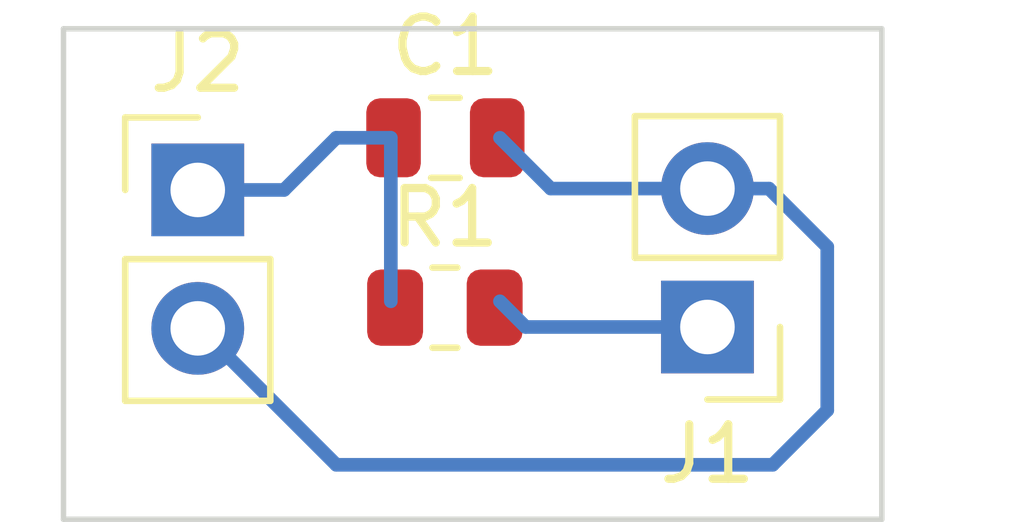
<source format=kicad_pcb>
(kicad_pcb (version 20241229) (generator "pcbnew") (generator_version "9.0")
  (layers (0 "F.Cu" signal) (2 "B.Cu" signal) (13 "F.Paste" user) (15 "B.Paste" user) (5 "F.SilkS" user "F.Silkscreen") (7 "B.SilkS" user "B.Silkscreen") (1 "F.Mask" user) (3 "B.Mask" user) (25 "Edge.Cuts" user))
  (net 0 "")
  (net 1 "Net-(C1-Pad2)")
  (net 2 "Net-(C1-Pad1)")
  (net 3 "Net-(J1-Pad1)")
  (footprint "Capacitor_SMD:C_0805_2012Metric" (layer "F.Cu") (at 138 93)
    (property "Reference" "C1" (at 0 -1.68 0) (layer "F.SilkS"))
    (property "Value" "1nF")
    (fp_line (start -0.261252 -0.735) (end 0.261252 -0.735) (stroke (width 0.12)) (layer "F.SilkS"))
    (fp_line (start -0.261252 0.735) (end 0.261252 0.735) (stroke (width 0.12)) (layer "F.SilkS"))
    (pad "1" smd roundrect (at -0.95 0) (size 1 1.45) (layers "F.Cu" "F.Mask" "F.Paste") (net 2 "Net-(C1-Pad1)"))
    (pad "2" smd roundrect (at 0.95 0) (size 1 1.45) (layers "F.Cu" "F.Mask" "F.Paste") (net 1 "Net-(C1-Pad2)"))
  )
  (footprint "Connector_PinHeader_2.54mm:PinHeader_1x02_P2.54mm_Vertical" (layer "F.Cu") (at 133.4609 93.95672)
    (property "Reference" "J2" (at 0 -2.33 0) (layer "F.SilkS"))
    (property "Value" "Molex KK")
    (fp_line (start -1.33 -1.33) (end 0 -1.33) (stroke (width 0.12)) (layer "F.SilkS"))
    (fp_line (start -1.33 0) (end -1.33 -1.33) (stroke (width 0.12)) (layer "F.SilkS"))
    (fp_line (start -1.33 1.27) (end -1.33 3.87) (stroke (width 0.12)) (layer "F.SilkS"))
    (fp_line (start -1.33 1.27) (end 1.33 1.27) (stroke (width 0.12)) (layer "F.SilkS"))
    (fp_line (start -1.33 3.87) (end 1.33 3.87) (stroke (width 0.12)) (layer "F.SilkS"))
    (fp_line (start 1.33 1.27) (end 1.33 3.87) (stroke (width 0.12)) (layer "F.SilkS"))
    (pad "1" thru_hole rect (at 0 0) (size 1.7 1.7) (drill 1) (layers "*.Cu" "*.Mask") (net 2 "Net-(C1-Pad1)"))
    (pad "2" thru_hole oval (at 0 2.54) (size 1.7 1.7) (drill 1) (layers "*.Cu" "*.Mask") (net 1 "Net-(C1-Pad2)"))
  )
  (footprint "Resistor_SMD:R_0805_2012Metric" (layer "F.Cu") (at 137.9909 96.11672)
    (property "Reference" "R1" (at 0 -1.65 0) (layer "F.SilkS"))
    (property "Value" "1k")
    (fp_line (start -0.227064 -0.735) (end 0.227064 -0.735) (stroke (width 0.12)) (layer "F.SilkS"))
    (fp_line (start -0.227064 0.735) (end 0.227064 0.735) (stroke (width 0.12)) (layer "F.SilkS"))
    (pad "1" smd roundrect (at -0.9125 0) (size 1.025 1.4) (layers "F.Cu" "F.Mask" "F.Paste") (roundrect_rratio 0.243902) (net 2 "Net-(C1-Pad1)"))
    (pad "2" smd roundrect (at 0.9125 0) (size 1.025 1.4) (layers "F.Cu" "F.Mask" "F.Paste") (roundrect_rratio 0.243902) (net 3 "Net-(J1-Pad1)"))
  )
  (footprint "Connector_PinHeader_2.54mm:PinHeader_1x02_P2.54mm_Vertical" (layer "F.Cu") (at 142.80388 96.47174 180)
    (property "Reference" "J1" (at 0 -2.33 0) (layer "F.SilkS"))
    (property "Value" "Molex KK ñoño")
    (fp_line (start 1.33 1.27) (end 1.33 3.87) (stroke (width 0.12)) (layer "F.SilkS"))
    (fp_line (start -1.33 3.87) (end 1.33 3.87) (stroke (width 0.12)) (layer "F.SilkS"))
    (fp_line (start -1.33 1.27) (end 1.33 1.27) (stroke (width 0.12)) (layer "F.SilkS"))
    (fp_line (start -1.33 1.27) (end -1.33 3.87) (stroke (width 0.12)) (layer "F.SilkS"))
    (fp_line (start -1.33 0) (end -1.33 -1.33) (stroke (width 0.12)) (layer "F.SilkS"))
    (fp_line (start -1.33 -1.33) (end 0 -1.33) (stroke (width 0.12)) (layer "F.SilkS"))
    (pad "1" thru_hole rect (at 0 0 180) (size 1.7 1.7) (drill 1) (layers "*.Cu" "*.Mask") (net 3 "Net-(J1-Pad1)"))
    (pad "2" thru_hole oval (at 0 2.54 180) (size 1.7 1.7) (drill 1) (layers "*.Cu" "*.Mask") (net 1 "Net-(C1-Pad2)"))
  )
  (gr_line (start 131 100) (end 131 91) (stroke (width 0.1)) (layer "Edge.Cuts"))
  (gr_line (start 131 91) (end 146 91) (stroke (width 0.1)) (layer "Edge.Cuts"))
  (gr_line (start 146 100) (end 131 100) (stroke (width 0.1)) (layer "Edge.Cuts"))
  (gr_line (start 146 91) (end 146 100) (stroke (width 0.1)) (layer "Edge.Cuts"))
  (segment (start 145 98) (end 145 95) (width 0.25) (layer "B.Cu") (net 1))
  (segment (start 143.93174 93.93174) (end 142.80388 93.93174) (width 0.25) (layer "B.Cu") (net 1))
  (segment (start 133.49672 96.49672) (end 136 99) (width 0.25) (layer "B.Cu") (net 1))
  (segment (start 133.4609 96.49672) (end 133.49672 96.49672) (width 0.25) (layer "B.Cu") (net 1))
  (segment (start 144 99) (end 145 98) (width 0.25) (layer "B.Cu") (net 1))
  (segment (start 139.93174 93.93174) (end 139 93) (width 0.25) (layer "B.Cu") (net 1))
  (segment (start 136 99) (end 144 99) (width 0.25) (layer "B.Cu") (net 1))
  (segment (start 145 95) (end 143.93174 93.93174) (width 0.25) (layer "B.Cu") (net 1))
  (segment (start 142.80388 93.93174) (end 139.93174 93.93174) (width 0.25) (layer "B.Cu") (net 1))
  (segment (start 135.04328 93.95672) (end 136 93) (width 0.25) (layer "B.Cu") (net 2))
  (segment (start 136 93) (end 137 93) (width 0.25) (layer "B.Cu") (net 2))
  (segment (start 133.4609 93.95672) (end 135.04328 93.95672) (width 0.25) (layer "B.Cu") (net 2))
  (segment (start 137 93) (end 137 96) (width 0.25) (layer "B.Cu") (net 2))
  (segment (start 139.47174 96.47174) (end 139 96) (width 0.25) (layer "B.Cu") (net 3))
  (segment (start 142.80388 96.47174) (end 139.47174 96.47174) (width 0.25) (layer "B.Cu") (net 3))
)
</source>
